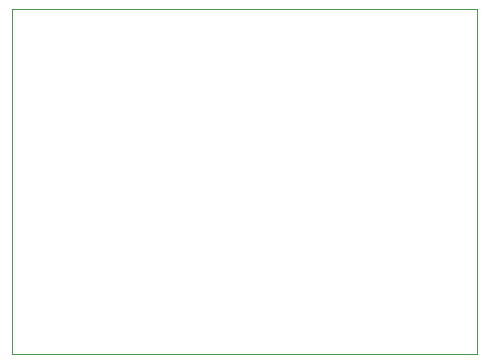
<source format=gbr>
%TF.GenerationSoftware,KiCad,Pcbnew,(5.1.6)-1*%
%TF.CreationDate,2025-08-30T03:37:40-05:00*%
%TF.ProjectId,max3232_board,6d617833-3233-4325-9f62-6f6172642e6b,rev?*%
%TF.SameCoordinates,PX1bdb590PY3072580*%
%TF.FileFunction,Profile,NP*%
%FSLAX46Y46*%
G04 Gerber Fmt 4.6, Leading zero omitted, Abs format (unit mm)*
G04 Created by KiCad (PCBNEW (5.1.6)-1) date 2025-08-30 03:37:40*
%MOMM*%
%LPD*%
G01*
G04 APERTURE LIST*
%TA.AperFunction,Profile*%
%ADD10C,0.100000*%
%TD*%
G04 APERTURE END LIST*
D10*
X0Y0D02*
X0Y29210000D01*
X39370000Y0D02*
X0Y0D01*
X39370000Y29210000D02*
X39370000Y0D01*
X0Y29210000D02*
X39370000Y29210000D01*
M02*

</source>
